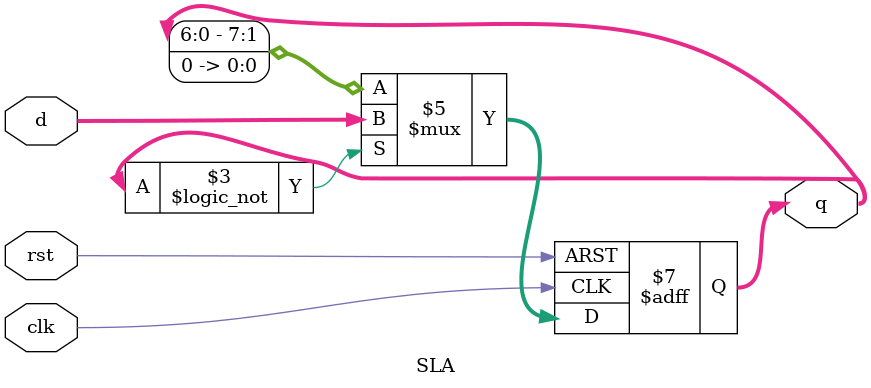
<source format=v>
module SLA(rst, clk, d, q);
input rst, clk;
input [7:0] d;
output reg [7:0] q;

always@(negedge rst, posedge clk)
begin
if(!rst) q = 0;
else begin
	if(!q) q <= d;
	else q[7:0] <= {q[6:0], 1'b0};
end
end

endmodule

</source>
